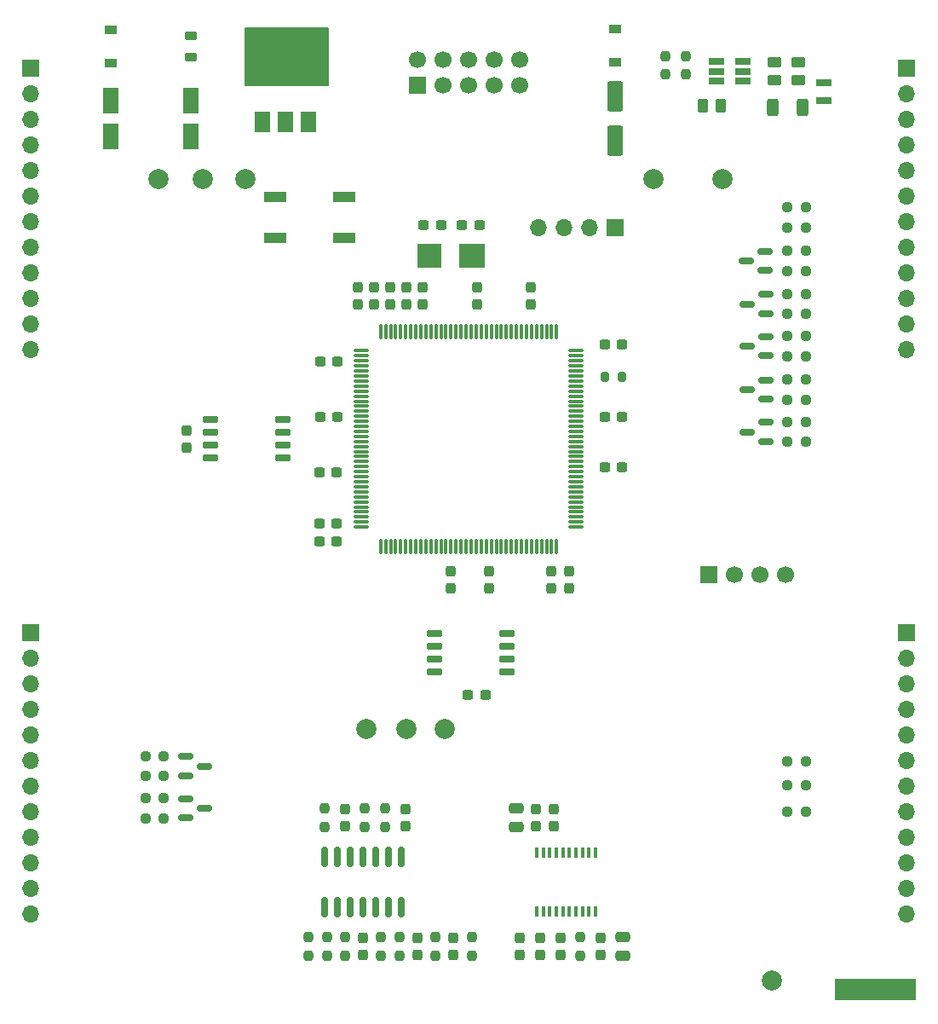
<source format=gbr>
%TF.GenerationSoftware,KiCad,Pcbnew,(6.0.8)*%
%TF.CreationDate,2022-10-21T10:36:38+01:00*%
%TF.ProjectId,Punck_Components,50756e63-6b5f-4436-9f6d-706f6e656e74,rev?*%
%TF.SameCoordinates,Original*%
%TF.FileFunction,Soldermask,Top*%
%TF.FilePolarity,Negative*%
%FSLAX46Y46*%
G04 Gerber Fmt 4.6, Leading zero omitted, Abs format (unit mm)*
G04 Created by KiCad (PCBNEW (6.0.8)) date 2022-10-21 10:36:38*
%MOMM*%
%LPD*%
G01*
G04 APERTURE LIST*
G04 Aperture macros list*
%AMRoundRect*
0 Rectangle with rounded corners*
0 $1 Rounding radius*
0 $2 $3 $4 $5 $6 $7 $8 $9 X,Y pos of 4 corners*
0 Add a 4 corners polygon primitive as box body*
4,1,4,$2,$3,$4,$5,$6,$7,$8,$9,$2,$3,0*
0 Add four circle primitives for the rounded corners*
1,1,$1+$1,$2,$3*
1,1,$1+$1,$4,$5*
1,1,$1+$1,$6,$7*
1,1,$1+$1,$8,$9*
0 Add four rect primitives between the rounded corners*
20,1,$1+$1,$2,$3,$4,$5,0*
20,1,$1+$1,$4,$5,$6,$7,0*
20,1,$1+$1,$6,$7,$8,$9,0*
20,1,$1+$1,$8,$9,$2,$3,0*%
G04 Aperture macros list end*
%ADD10C,0.150000*%
%ADD11C,0.100000*%
%ADD12RoundRect,0.237500X0.250000X0.237500X-0.250000X0.237500X-0.250000X-0.237500X0.250000X-0.237500X0*%
%ADD13RoundRect,0.237500X-0.237500X0.250000X-0.237500X-0.250000X0.237500X-0.250000X0.237500X0.250000X0*%
%ADD14R,1.700000X1.700000*%
%ADD15C,1.700000*%
%ADD16RoundRect,0.237500X-0.237500X0.300000X-0.237500X-0.300000X0.237500X-0.300000X0.237500X0.300000X0*%
%ADD17RoundRect,0.250000X-0.450000X0.262500X-0.450000X-0.262500X0.450000X-0.262500X0.450000X0.262500X0*%
%ADD18R,1.500000X2.000000*%
%ADD19R,3.800000X2.000000*%
%ADD20RoundRect,0.237500X-0.250000X-0.237500X0.250000X-0.237500X0.250000X0.237500X-0.250000X0.237500X0*%
%ADD21C,2.000000*%
%ADD22RoundRect,0.100000X0.100000X-0.400000X0.100000X0.400000X-0.100000X0.400000X-0.100000X-0.400000X0*%
%ADD23RoundRect,0.250000X0.262500X0.450000X-0.262500X0.450000X-0.262500X-0.450000X0.262500X-0.450000X0*%
%ADD24RoundRect,0.237500X0.237500X-0.300000X0.237500X0.300000X-0.237500X0.300000X-0.237500X-0.300000X0*%
%ADD25RoundRect,0.150000X-0.587500X-0.150000X0.587500X-0.150000X0.587500X0.150000X-0.587500X0.150000X0*%
%ADD26RoundRect,0.237500X0.237500X-0.250000X0.237500X0.250000X-0.237500X0.250000X-0.237500X-0.250000X0*%
%ADD27RoundRect,0.250000X0.475000X-0.250000X0.475000X0.250000X-0.475000X0.250000X-0.475000X-0.250000X0*%
%ADD28RoundRect,0.250000X-0.475000X0.250000X-0.475000X-0.250000X0.475000X-0.250000X0.475000X0.250000X0*%
%ADD29RoundRect,0.150000X0.650000X0.150000X-0.650000X0.150000X-0.650000X-0.150000X0.650000X-0.150000X0*%
%ADD30RoundRect,0.150000X0.587500X0.150000X-0.587500X0.150000X-0.587500X-0.150000X0.587500X-0.150000X0*%
%ADD31R,1.600000X0.800000*%
%ADD32RoundRect,0.200000X0.200000X0.275000X-0.200000X0.275000X-0.200000X-0.275000X0.200000X-0.275000X0*%
%ADD33RoundRect,0.150000X0.150000X-0.825000X0.150000X0.825000X-0.150000X0.825000X-0.150000X-0.825000X0*%
%ADD34RoundRect,0.237500X0.300000X0.237500X-0.300000X0.237500X-0.300000X-0.237500X0.300000X-0.237500X0*%
%ADD35O,1.700000X1.700000*%
%ADD36RoundRect,0.237500X-0.300000X-0.237500X0.300000X-0.237500X0.300000X0.237500X-0.300000X0.237500X0*%
%ADD37RoundRect,0.075000X-0.075000X0.662500X-0.075000X-0.662500X0.075000X-0.662500X0.075000X0.662500X0*%
%ADD38RoundRect,0.075000X-0.662500X0.075000X-0.662500X-0.075000X0.662500X-0.075000X0.662500X0.075000X0*%
%ADD39R,2.450000X2.400000*%
%ADD40R,2.550000X2.400000*%
%ADD41R,1.200000X0.900000*%
%ADD42RoundRect,0.250000X0.550000X-1.050000X0.550000X1.050000X-0.550000X1.050000X-0.550000X-1.050000X0*%
%ADD43R,2.200000X1.000000*%
%ADD44RoundRect,0.250000X0.312500X0.625000X-0.312500X0.625000X-0.312500X-0.625000X0.312500X-0.625000X0*%
%ADD45RoundRect,0.218750X0.381250X-0.218750X0.381250X0.218750X-0.381250X0.218750X-0.381250X-0.218750X0*%
%ADD46R,1.560000X0.650000*%
%ADD47RoundRect,0.250000X-0.550000X1.250000X-0.550000X-1.250000X0.550000X-1.250000X0.550000X1.250000X0*%
G04 APERTURE END LIST*
D10*
X93400000Y-52000000D02*
X101600000Y-52000000D01*
X101600000Y-52000000D02*
X101600000Y-57665779D01*
X101600000Y-57665779D02*
X93400000Y-57665779D01*
X93400000Y-57665779D02*
X93400000Y-52000000D01*
G36*
X93400000Y-52000000D02*
G01*
X101600000Y-52000000D01*
X101600000Y-57665779D01*
X93400000Y-57665779D01*
X93400000Y-52000000D01*
G37*
%TO.C,FID1*%
G36*
X160000000Y-148400000D02*
G01*
X152000000Y-148400000D01*
X152000000Y-146400000D01*
X160000000Y-146400000D01*
X160000000Y-148400000D01*
G37*
D11*
X160000000Y-148400000D02*
X152000000Y-148400000D01*
X152000000Y-146400000D01*
X160000000Y-146400000D01*
X160000000Y-148400000D01*
%TD*%
D12*
%TO.C,R27*%
X149112500Y-88900000D03*
X147287500Y-88900000D03*
%TD*%
%TO.C,R22*%
X149112500Y-129800000D03*
X147287500Y-129800000D03*
%TD*%
%TO.C,R18*%
X149112500Y-80400000D03*
X147287500Y-80400000D03*
%TD*%
D13*
%TO.C,R8*%
X112300000Y-142287500D03*
X112300000Y-144112500D03*
%TD*%
D14*
%TO.C,J7*%
X110500000Y-57662500D03*
D15*
X110500000Y-55122500D03*
X113040000Y-57662500D03*
X113040000Y-55122500D03*
X115580000Y-57662500D03*
X115580000Y-55122500D03*
X118120000Y-57662500D03*
X118120000Y-55122500D03*
X120660000Y-57662500D03*
X120660000Y-55122500D03*
%TD*%
D16*
%TO.C,C3*%
X116400000Y-77737500D03*
X116400000Y-79462500D03*
%TD*%
D17*
%TO.C,C40*%
X148350000Y-55387500D03*
X148350000Y-57212500D03*
%TD*%
D18*
%TO.C,U7*%
X95100000Y-61350000D03*
X97400000Y-61350000D03*
D19*
X97400000Y-55050000D03*
D18*
X99700000Y-61350000D03*
%TD*%
D20*
%TO.C,R17*%
X147287500Y-78400000D03*
X149112500Y-78400000D03*
%TD*%
D12*
%TO.C,R28*%
X85312500Y-126300000D03*
X83487500Y-126300000D03*
%TD*%
D21*
%TO.C,TP9*%
X145700000Y-146600000D03*
%TD*%
D12*
%TO.C,R5*%
X149112500Y-76100000D03*
X147287500Y-76100000D03*
%TD*%
D22*
%TO.C,U4*%
X122375000Y-139700000D03*
X123025000Y-139700000D03*
X123675000Y-139700000D03*
X124325000Y-139700000D03*
X124975000Y-139700000D03*
X125625000Y-139700000D03*
X126275000Y-139700000D03*
X126925000Y-139700000D03*
X127575000Y-139700000D03*
X128225000Y-139700000D03*
X128225000Y-133900000D03*
X127575000Y-133900000D03*
X126925000Y-133900000D03*
X126275000Y-133900000D03*
X125625000Y-133900000D03*
X124975000Y-133900000D03*
X124325000Y-133900000D03*
X123675000Y-133900000D03*
X123025000Y-133900000D03*
X122375000Y-133900000D03*
%TD*%
D17*
%TO.C,C39*%
X145950000Y-55387500D03*
X145950000Y-57212500D03*
%TD*%
D23*
%TO.C,C38*%
X140662500Y-59700000D03*
X138837500Y-59700000D03*
%TD*%
D12*
%TO.C,R30*%
X85312500Y-130500000D03*
X83487500Y-130500000D03*
%TD*%
D16*
%TO.C,C34*%
X122700000Y-142337500D03*
X122700000Y-144062500D03*
%TD*%
D24*
%TO.C,C10*%
X125600000Y-107662500D03*
X125600000Y-105937500D03*
%TD*%
D25*
%TO.C,Q6*%
X87448750Y-124350000D03*
X87448750Y-126250000D03*
X89323750Y-125300000D03*
%TD*%
D24*
%TO.C,C24*%
X109300000Y-131262500D03*
X109300000Y-129537500D03*
%TD*%
D21*
%TO.C,TP3*%
X109400000Y-121600000D03*
%TD*%
D26*
%TO.C,R7*%
X106900000Y-144112500D03*
X106900000Y-142287500D03*
%TD*%
D16*
%TO.C,C25*%
X105100000Y-142337500D03*
X105100000Y-144062500D03*
%TD*%
D12*
%TO.C,R24*%
X149112500Y-69800000D03*
X147287500Y-69800000D03*
%TD*%
D27*
%TO.C,C32*%
X120300000Y-131350000D03*
X120300000Y-129450000D03*
%TD*%
D26*
%TO.C,R32*%
X135150000Y-56612500D03*
X135150000Y-54787500D03*
%TD*%
D13*
%TO.C,R4*%
X101500000Y-142287500D03*
X101500000Y-144112500D03*
%TD*%
D21*
%TO.C,TP8*%
X84800000Y-67000000D03*
%TD*%
D24*
%TO.C,C33*%
X87600000Y-93662500D03*
X87600000Y-91937500D03*
%TD*%
D28*
%TO.C,C30*%
X130900000Y-142250000D03*
X130900000Y-144150000D03*
%TD*%
D13*
%TO.C,R9*%
X99700000Y-142287500D03*
X99700000Y-144112500D03*
%TD*%
D16*
%TO.C,C4*%
X111000000Y-77737500D03*
X111000000Y-79462500D03*
%TD*%
D24*
%TO.C,C31*%
X122300000Y-131262500D03*
X122300000Y-129537500D03*
%TD*%
D16*
%TO.C,C36*%
X124700000Y-142337500D03*
X124700000Y-144062500D03*
%TD*%
D29*
%TO.C,U5*%
X97100000Y-94705000D03*
X97100000Y-93435000D03*
X97100000Y-92165000D03*
X97100000Y-90895000D03*
X89900000Y-90895000D03*
X89900000Y-92165000D03*
X89900000Y-93435000D03*
X89900000Y-94705000D03*
%TD*%
D30*
%TO.C,Q1*%
X145100000Y-76050000D03*
X145100000Y-74150000D03*
X143225000Y-75100000D03*
%TD*%
%TO.C,Q4*%
X145137500Y-93050000D03*
X145137500Y-91150000D03*
X143262500Y-92100000D03*
%TD*%
D21*
%TO.C,TP7*%
X93400000Y-67000000D03*
%TD*%
D12*
%TO.C,R25*%
X149112500Y-71800000D03*
X147287500Y-71800000D03*
%TD*%
D13*
%TO.C,R33*%
X137150000Y-54787500D03*
X137150000Y-56612500D03*
%TD*%
D31*
%TO.C,L1*%
X150900000Y-57400000D03*
X150900000Y-59200000D03*
%TD*%
D25*
%TO.C,Q7*%
X87448750Y-128550000D03*
X87448750Y-130450000D03*
X89323750Y-129500000D03*
%TD*%
D32*
%TO.C,R10*%
X130825000Y-86600000D03*
X129175000Y-86600000D03*
%TD*%
D33*
%TO.C,U1*%
X101290000Y-139275000D03*
X102560000Y-139275000D03*
X103830000Y-139275000D03*
X105100000Y-139275000D03*
X106370000Y-139275000D03*
X107640000Y-139275000D03*
X108910000Y-139275000D03*
X108910000Y-134325000D03*
X107640000Y-134325000D03*
X106370000Y-134325000D03*
X105100000Y-134325000D03*
X103830000Y-134325000D03*
X102560000Y-134325000D03*
X101290000Y-134325000D03*
%TD*%
D26*
%TO.C,R16*%
X101300000Y-131312500D03*
X101300000Y-129487500D03*
%TD*%
D34*
%TO.C,C11*%
X130862500Y-95600000D03*
X129137500Y-95600000D03*
%TD*%
D13*
%TO.C,R13*%
X105300000Y-129487500D03*
X105300000Y-131312500D03*
%TD*%
D14*
%TO.C,J5*%
X130200000Y-71800000D03*
D35*
X127660000Y-71800000D03*
X125120000Y-71800000D03*
X122580000Y-71800000D03*
%TD*%
D30*
%TO.C,Q2*%
X145137500Y-84550000D03*
X145137500Y-82650000D03*
X143262500Y-83600000D03*
%TD*%
D12*
%TO.C,R23*%
X149112500Y-93100000D03*
X147287500Y-93100000D03*
%TD*%
D36*
%TO.C,C6*%
X100837500Y-90600000D03*
X102562500Y-90600000D03*
%TD*%
D16*
%TO.C,C28*%
X120700000Y-142337500D03*
X120700000Y-144062500D03*
%TD*%
D34*
%TO.C,C13*%
X130862500Y-83400000D03*
X129137500Y-83400000D03*
%TD*%
D30*
%TO.C,Q5*%
X145137500Y-88850000D03*
X145137500Y-86950000D03*
X143262500Y-87900000D03*
%TD*%
D13*
%TO.C,R3*%
X103300000Y-142287500D03*
X103300000Y-144112500D03*
%TD*%
D24*
%TO.C,C14*%
X117600000Y-107662500D03*
X117600000Y-105937500D03*
%TD*%
D37*
%TO.C,U2*%
X124350000Y-82137500D03*
X123850000Y-82137500D03*
X123350000Y-82137500D03*
X122850000Y-82137500D03*
X122350000Y-82137500D03*
X121850000Y-82137500D03*
X121350000Y-82137500D03*
X120850000Y-82137500D03*
X120350000Y-82137500D03*
X119850000Y-82137500D03*
X119350000Y-82137500D03*
X118850000Y-82137500D03*
X118350000Y-82137500D03*
X117850000Y-82137500D03*
X117350000Y-82137500D03*
X116850000Y-82137500D03*
X116350000Y-82137500D03*
X115850000Y-82137500D03*
X115350000Y-82137500D03*
X114850000Y-82137500D03*
X114350000Y-82137500D03*
X113850000Y-82137500D03*
X113350000Y-82137500D03*
X112850000Y-82137500D03*
X112350000Y-82137500D03*
X111850000Y-82137500D03*
X111350000Y-82137500D03*
X110850000Y-82137500D03*
X110350000Y-82137500D03*
X109850000Y-82137500D03*
X109350000Y-82137500D03*
X108850000Y-82137500D03*
X108350000Y-82137500D03*
X107850000Y-82137500D03*
X107350000Y-82137500D03*
X106850000Y-82137500D03*
D38*
X104937500Y-84050000D03*
X104937500Y-84550000D03*
X104937500Y-85050000D03*
X104937500Y-85550000D03*
X104937500Y-86050000D03*
X104937500Y-86550000D03*
X104937500Y-87050000D03*
X104937500Y-87550000D03*
X104937500Y-88050000D03*
X104937500Y-88550000D03*
X104937500Y-89050000D03*
X104937500Y-89550000D03*
X104937500Y-90050000D03*
X104937500Y-90550000D03*
X104937500Y-91050000D03*
X104937500Y-91550000D03*
X104937500Y-92050000D03*
X104937500Y-92550000D03*
X104937500Y-93050000D03*
X104937500Y-93550000D03*
X104937500Y-94050000D03*
X104937500Y-94550000D03*
X104937500Y-95050000D03*
X104937500Y-95550000D03*
X104937500Y-96050000D03*
X104937500Y-96550000D03*
X104937500Y-97050000D03*
X104937500Y-97550000D03*
X104937500Y-98050000D03*
X104937500Y-98550000D03*
X104937500Y-99050000D03*
X104937500Y-99550000D03*
X104937500Y-100050000D03*
X104937500Y-100550000D03*
X104937500Y-101050000D03*
X104937500Y-101550000D03*
D37*
X106850000Y-103462500D03*
X107350000Y-103462500D03*
X107850000Y-103462500D03*
X108350000Y-103462500D03*
X108850000Y-103462500D03*
X109350000Y-103462500D03*
X109850000Y-103462500D03*
X110350000Y-103462500D03*
X110850000Y-103462500D03*
X111350000Y-103462500D03*
X111850000Y-103462500D03*
X112350000Y-103462500D03*
X112850000Y-103462500D03*
X113350000Y-103462500D03*
X113850000Y-103462500D03*
X114350000Y-103462500D03*
X114850000Y-103462500D03*
X115350000Y-103462500D03*
X115850000Y-103462500D03*
X116350000Y-103462500D03*
X116850000Y-103462500D03*
X117350000Y-103462500D03*
X117850000Y-103462500D03*
X118350000Y-103462500D03*
X118850000Y-103462500D03*
X119350000Y-103462500D03*
X119850000Y-103462500D03*
X120350000Y-103462500D03*
X120850000Y-103462500D03*
X121350000Y-103462500D03*
X121850000Y-103462500D03*
X122350000Y-103462500D03*
X122850000Y-103462500D03*
X123350000Y-103462500D03*
X123850000Y-103462500D03*
X124350000Y-103462500D03*
D38*
X126262500Y-101550000D03*
X126262500Y-101050000D03*
X126262500Y-100550000D03*
X126262500Y-100050000D03*
X126262500Y-99550000D03*
X126262500Y-99050000D03*
X126262500Y-98550000D03*
X126262500Y-98050000D03*
X126262500Y-97550000D03*
X126262500Y-97050000D03*
X126262500Y-96550000D03*
X126262500Y-96050000D03*
X126262500Y-95550000D03*
X126262500Y-95050000D03*
X126262500Y-94550000D03*
X126262500Y-94050000D03*
X126262500Y-93550000D03*
X126262500Y-93050000D03*
X126262500Y-92550000D03*
X126262500Y-92050000D03*
X126262500Y-91550000D03*
X126262500Y-91050000D03*
X126262500Y-90550000D03*
X126262500Y-90050000D03*
X126262500Y-89550000D03*
X126262500Y-89050000D03*
X126262500Y-88550000D03*
X126262500Y-88050000D03*
X126262500Y-87550000D03*
X126262500Y-87050000D03*
X126262500Y-86550000D03*
X126262500Y-86050000D03*
X126262500Y-85550000D03*
X126262500Y-85050000D03*
X126262500Y-84550000D03*
X126262500Y-84050000D03*
%TD*%
D39*
%TO.C,Y1*%
X111725000Y-74600000D03*
D40*
X115925000Y-74600000D03*
%TD*%
D16*
%TO.C,C20*%
X103300000Y-129537500D03*
X103300000Y-131262500D03*
%TD*%
%TO.C,C16*%
X107800000Y-77737500D03*
X107800000Y-79462500D03*
%TD*%
D41*
%TO.C,D1*%
X130200000Y-55362500D03*
X130200000Y-52062500D03*
%TD*%
D36*
%TO.C,C5*%
X100837500Y-85100000D03*
X102562500Y-85100000D03*
%TD*%
D20*
%TO.C,R29*%
X83487500Y-124300000D03*
X85312500Y-124300000D03*
%TD*%
D21*
%TO.C,TP1*%
X105400000Y-121600000D03*
%TD*%
D26*
%TO.C,R6*%
X115900000Y-144112500D03*
X115900000Y-142287500D03*
%TD*%
D34*
%TO.C,C26*%
X112862500Y-71600000D03*
X111137500Y-71600000D03*
%TD*%
D20*
%TO.C,R31*%
X83487500Y-128500000D03*
X85312500Y-128500000D03*
%TD*%
D13*
%TO.C,R2*%
X108700000Y-142287500D03*
X108700000Y-144112500D03*
%TD*%
D36*
%TO.C,C27*%
X115537500Y-118200000D03*
X117262500Y-118200000D03*
%TD*%
D21*
%TO.C,TP6*%
X89200000Y-67000000D03*
%TD*%
D29*
%TO.C,U3*%
X119400000Y-115905000D03*
X119400000Y-114635000D03*
X119400000Y-113365000D03*
X119400000Y-112095000D03*
X112200000Y-112095000D03*
X112200000Y-113365000D03*
X112200000Y-114635000D03*
X112200000Y-115905000D03*
%TD*%
D42*
%TO.C,C41*%
X88000000Y-62800000D03*
X88000000Y-59200000D03*
%TD*%
D43*
%TO.C,RESET1*%
X96400000Y-72800000D03*
X103200000Y-72800000D03*
X96400000Y-68800000D03*
X103200000Y-68800000D03*
%TD*%
D20*
%TO.C,R26*%
X147287500Y-86900000D03*
X149112500Y-86900000D03*
%TD*%
D44*
%TO.C,C42*%
X148762500Y-59900000D03*
X145837500Y-59900000D03*
%TD*%
D45*
%TO.C,L2*%
X88000000Y-54862500D03*
X88000000Y-52737500D03*
%TD*%
D30*
%TO.C,Q3*%
X145137500Y-80350000D03*
X145137500Y-78450000D03*
X143262500Y-79400000D03*
%TD*%
D12*
%TO.C,R12*%
X149112500Y-84600000D03*
X147287500Y-84600000D03*
%TD*%
D34*
%TO.C,C18*%
X102462500Y-101200000D03*
X100737500Y-101200000D03*
%TD*%
D24*
%TO.C,C9*%
X113800000Y-107662500D03*
X113800000Y-105937500D03*
%TD*%
D41*
%TO.C,D2*%
X80000000Y-52150000D03*
X80000000Y-55450000D03*
%TD*%
D16*
%TO.C,C29*%
X128700000Y-142337500D03*
X128700000Y-144062500D03*
%TD*%
D20*
%TO.C,R20*%
X147287500Y-91100000D03*
X149112500Y-91100000D03*
%TD*%
D16*
%TO.C,C35*%
X124100000Y-129537500D03*
X124100000Y-131262500D03*
%TD*%
D36*
%TO.C,C7*%
X100737500Y-96100000D03*
X102462500Y-96100000D03*
%TD*%
D16*
%TO.C,C2*%
X121800000Y-77737500D03*
X121800000Y-79462500D03*
%TD*%
D42*
%TO.C,C43*%
X80000000Y-62800000D03*
X80000000Y-59200000D03*
%TD*%
D34*
%TO.C,C12*%
X130862500Y-90600000D03*
X129137500Y-90600000D03*
%TD*%
D26*
%TO.C,R15*%
X107300000Y-131312500D03*
X107300000Y-129487500D03*
%TD*%
D46*
%TO.C,U6*%
X142900000Y-57250000D03*
X142900000Y-56300000D03*
X142900000Y-55350000D03*
X140200000Y-55350000D03*
X140200000Y-56300000D03*
X140200000Y-57250000D03*
%TD*%
D16*
%TO.C,C21*%
X104600000Y-77737500D03*
X104600000Y-79462500D03*
%TD*%
%TO.C,C17*%
X114100000Y-142337500D03*
X114100000Y-144062500D03*
%TD*%
D21*
%TO.C,TP5*%
X140800000Y-67000000D03*
%TD*%
D14*
%TO.C,J6*%
X139500000Y-106300000D03*
D15*
X142040000Y-106300000D03*
X144580000Y-106300000D03*
X147120000Y-106300000D03*
%TD*%
D47*
%TO.C,C37*%
X130200000Y-58800000D03*
X130200000Y-63200000D03*
%TD*%
D16*
%TO.C,C19*%
X123800000Y-105937500D03*
X123800000Y-107662500D03*
%TD*%
%TO.C,C22*%
X106200000Y-77737500D03*
X106200000Y-79462500D03*
%TD*%
D12*
%TO.C,R21*%
X149112500Y-127200000D03*
X147287500Y-127200000D03*
%TD*%
D36*
%TO.C,C8*%
X100737500Y-103000000D03*
X102462500Y-103000000D03*
%TD*%
D21*
%TO.C,TP2*%
X113200000Y-121600000D03*
%TD*%
D16*
%TO.C,C15*%
X109400000Y-77737500D03*
X109400000Y-79462500D03*
%TD*%
D20*
%TO.C,R11*%
X147287500Y-82600000D03*
X149112500Y-82600000D03*
%TD*%
D26*
%TO.C,R14*%
X126700000Y-144112500D03*
X126700000Y-142287500D03*
%TD*%
D20*
%TO.C,R1*%
X147287500Y-74100000D03*
X149112500Y-74100000D03*
%TD*%
D16*
%TO.C,C1*%
X110500000Y-142337500D03*
X110500000Y-144062500D03*
%TD*%
D12*
%TO.C,R19*%
X149112500Y-124800000D03*
X147287500Y-124800000D03*
%TD*%
D21*
%TO.C,TP4*%
X134000000Y-67000000D03*
%TD*%
D36*
%TO.C,C23*%
X114937500Y-71600000D03*
X116662500Y-71600000D03*
%TD*%
D14*
%TO.C,J3*%
X159100000Y-56000000D03*
D35*
X159100000Y-58540000D03*
X159100000Y-61080000D03*
X159100000Y-63620000D03*
X159100000Y-66160000D03*
X159100000Y-68700000D03*
X159100000Y-71240000D03*
X159100000Y-73780000D03*
X159100000Y-76320000D03*
X159100000Y-78860000D03*
X159100000Y-81400000D03*
X159100000Y-83940000D03*
%TD*%
D14*
%TO.C,J1*%
X72100000Y-56000000D03*
D35*
X72100000Y-58540000D03*
X72100000Y-61080000D03*
X72100000Y-63620000D03*
X72100000Y-66160000D03*
X72100000Y-68700000D03*
X72100000Y-71240000D03*
X72100000Y-73780000D03*
X72100000Y-76320000D03*
X72100000Y-78860000D03*
X72100000Y-81400000D03*
X72100000Y-83940000D03*
%TD*%
D14*
%TO.C,J4*%
X159100000Y-112000000D03*
D35*
X159100000Y-114540000D03*
X159100000Y-117080000D03*
X159100000Y-119620000D03*
X159100000Y-122160000D03*
X159100000Y-124700000D03*
X159100000Y-127240000D03*
X159100000Y-129780000D03*
X159100000Y-132320000D03*
X159100000Y-134860000D03*
X159100000Y-137400000D03*
X159100000Y-139940000D03*
%TD*%
D14*
%TO.C,J2*%
X72100000Y-112000000D03*
D35*
X72100000Y-114540000D03*
X72100000Y-117080000D03*
X72100000Y-119620000D03*
X72100000Y-122160000D03*
X72100000Y-124700000D03*
X72100000Y-127240000D03*
X72100000Y-129780000D03*
X72100000Y-132320000D03*
X72100000Y-134860000D03*
X72100000Y-137400000D03*
X72100000Y-139940000D03*
%TD*%
M02*

</source>
